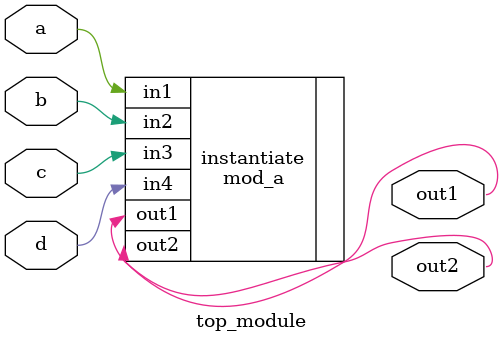
<source format=v>
module top_module ( 
    input a, 
    input b, 
    input c,
    input d,
    output out1,
    output out2
);
mod_a instantiate(.out1(out1),.out2(out2),.in1(a),.in2(b),.in3(c),.in4(d));
endmodule

</source>
